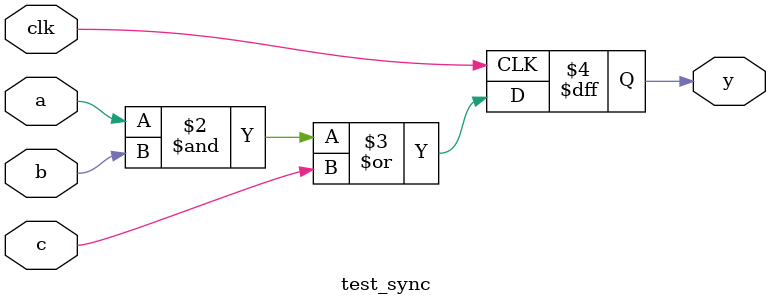
<source format=v>
`timescale 1ns / 1ps


module test_sync(
    input clk,
    input a,b,c,
    output reg y
    );
    
    reg s;
    always @(posedge clk) begin
    s=a & b;
    y=s | c;    
    end
endmodule

</source>
